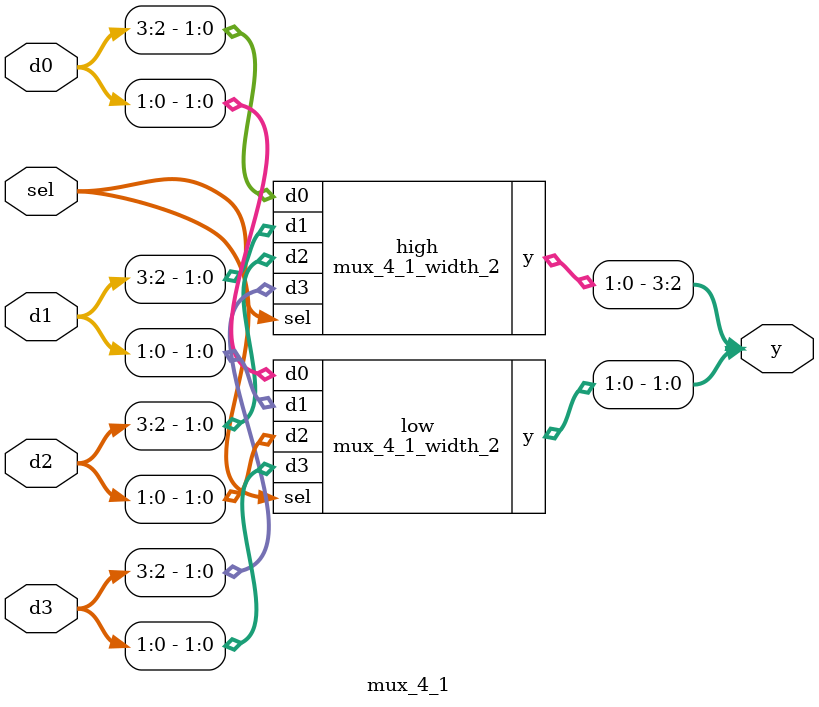
<source format=sv>

module mux_4_1_width_2
(
  input  [1:0] d0, d1, d2, d3,
  input  [1:0] sel,
  output [1:0] y
);

  assign y = sel [1] ? (sel [0] ? d3 : d2)
                     : (sel [0] ? d1 : d0);

endmodule

//----------------------------------------------------------------------------
// Task
//----------------------------------------------------------------------------

module mux_4_1
(
  input  [3:0] d0, d1, d2, d3,
  input  [1:0] sel,
  output [3:0] y
);

  // Task:
  // Implement mux_4_1 with 4-bit data
  // using two instances of mux_4_1_width_2 with 2-bit data
  mux_4_1_width_2 low(.d0(d0[1:0]),
                      .d1(d1[1:0]),
                      .d2(d2[1:0]),
                      .d3(d3[1:0]),
                      .sel(sel),
                      .y(y[1:0])
                      );

  mux_4_1_width_2 high(.d0(d0[3:2]),
                       .d1(d1[3:2]),
                       .d2(d2[3:2]),
                       .d3(d3[3:2]),
                       .sel(sel),
                       .y(y[3:2])
                      );
endmodule

</source>
